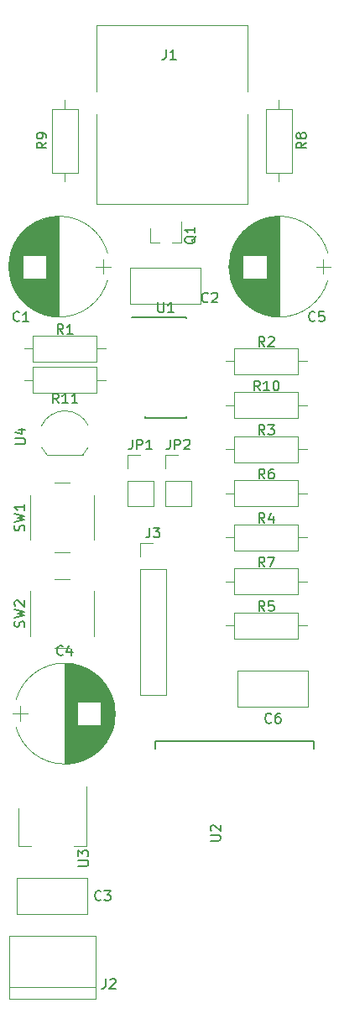
<source format=gto>
G04 #@! TF.GenerationSoftware,KiCad,Pcbnew,(5.0.0-rc2-dev-40-gfef1ba999)*
G04 #@! TF.CreationDate,2018-03-01T23:08:39+01:00*
G04 #@! TF.ProjectId,HAN_ESP_TSS721,48414E5F4553505F5453533732312E6B,rev?*
G04 #@! TF.SameCoordinates,Original*
G04 #@! TF.FileFunction,Legend,Top*
G04 #@! TF.FilePolarity,Positive*
%FSLAX46Y46*%
G04 Gerber Fmt 4.6, Leading zero omitted, Abs format (unit mm)*
G04 Created by KiCad (PCBNEW (5.0.0-rc2-dev-40-gfef1ba999)) date 03/01/18 23:08:39*
%MOMM*%
%LPD*%
G01*
G04 APERTURE LIST*
%ADD10C,0.120000*%
%ADD11C,0.150000*%
%ADD12C,0.152400*%
G04 APERTURE END LIST*
D10*
X46680000Y-90295000D02*
X47610000Y-90295000D01*
X49840000Y-90295000D02*
X48910000Y-90295000D01*
X49840000Y-90295000D02*
X49840000Y-88135000D01*
X46680000Y-90295000D02*
X46680000Y-88835000D01*
X55210000Y-100925000D02*
X55210000Y-103545000D01*
X55210000Y-103545000D02*
X61630000Y-103545000D01*
X61630000Y-103545000D02*
X61630000Y-100925000D01*
X61630000Y-100925000D02*
X55210000Y-100925000D01*
X54320000Y-102235000D02*
X55210000Y-102235000D01*
X62520000Y-102235000D02*
X61630000Y-102235000D01*
X55210000Y-114260000D02*
X55210000Y-116880000D01*
X55210000Y-116880000D02*
X61630000Y-116880000D01*
X61630000Y-116880000D02*
X61630000Y-114260000D01*
X61630000Y-114260000D02*
X55210000Y-114260000D01*
X54320000Y-115570000D02*
X55210000Y-115570000D01*
X62520000Y-115570000D02*
X61630000Y-115570000D01*
X56510000Y-68330000D02*
X41270000Y-68330000D01*
X41270000Y-86360000D02*
X41280000Y-77370000D01*
X41270000Y-86360000D02*
X56510000Y-86360000D01*
X56510000Y-86360000D02*
X56510000Y-77360000D01*
X41280000Y-75030000D02*
X41270000Y-68330000D01*
X56510000Y-75040000D02*
X56510000Y-68330000D01*
X32480000Y-166590000D02*
X41180000Y-166590000D01*
X32480000Y-160180000D02*
X41180000Y-160180000D01*
X41180000Y-160180000D02*
X41180000Y-166590000D01*
X41180000Y-165360000D02*
X32480000Y-165360000D01*
X32480000Y-166590000D02*
X32480000Y-160180000D01*
D11*
X46185000Y-97795000D02*
X46185000Y-97820000D01*
X50335000Y-97795000D02*
X50335000Y-97900000D01*
X50335000Y-107945000D02*
X50335000Y-107840000D01*
X46185000Y-107945000D02*
X46185000Y-107840000D01*
X46185000Y-97795000D02*
X50335000Y-97795000D01*
X46185000Y-107945000D02*
X50335000Y-107945000D01*
X46185000Y-97820000D02*
X44810000Y-97820000D01*
D10*
X32606563Y-94093264D02*
G75*
G03X42404357Y-94090000I4898437J1383264D01*
G01*
X32606563Y-91326736D02*
G75*
G02X42404357Y-91330000I4898437J-1383264D01*
G01*
X32606563Y-91326736D02*
G75*
G03X32605643Y-94090000I4898437J-1383264D01*
G01*
X37505000Y-97760000D02*
X37505000Y-87660000D01*
X37465000Y-97760000D02*
X37465000Y-87660000D01*
X37425000Y-97760000D02*
X37425000Y-87660000D01*
X37385000Y-97759000D02*
X37385000Y-87661000D01*
X37345000Y-97758000D02*
X37345000Y-87662000D01*
X37305000Y-97757000D02*
X37305000Y-87663000D01*
X37265000Y-97755000D02*
X37265000Y-87665000D01*
X37225000Y-97753000D02*
X37225000Y-87667000D01*
X37185000Y-97750000D02*
X37185000Y-87670000D01*
X37145000Y-97748000D02*
X37145000Y-87672000D01*
X37105000Y-97745000D02*
X37105000Y-87675000D01*
X37065000Y-97741000D02*
X37065000Y-87679000D01*
X37025000Y-97738000D02*
X37025000Y-87682000D01*
X36985000Y-97734000D02*
X36985000Y-87686000D01*
X36945000Y-97730000D02*
X36945000Y-87690000D01*
X36905000Y-97725000D02*
X36905000Y-87695000D01*
X36865000Y-97720000D02*
X36865000Y-87700000D01*
X36825000Y-97715000D02*
X36825000Y-87705000D01*
X36784000Y-97709000D02*
X36784000Y-87711000D01*
X36744000Y-97703000D02*
X36744000Y-87717000D01*
X36704000Y-97697000D02*
X36704000Y-87723000D01*
X36664000Y-97691000D02*
X36664000Y-87729000D01*
X36624000Y-97684000D02*
X36624000Y-87736000D01*
X36584000Y-97677000D02*
X36584000Y-87743000D01*
X36544000Y-97669000D02*
X36544000Y-87751000D01*
X36504000Y-97661000D02*
X36504000Y-87759000D01*
X36464000Y-97653000D02*
X36464000Y-87767000D01*
X36424000Y-97645000D02*
X36424000Y-87775000D01*
X36384000Y-97636000D02*
X36384000Y-87784000D01*
X36344000Y-97627000D02*
X36344000Y-87793000D01*
X36304000Y-97617000D02*
X36304000Y-87803000D01*
X36264000Y-97607000D02*
X36264000Y-87813000D01*
X36224000Y-97597000D02*
X36224000Y-87823000D01*
X36184000Y-97586000D02*
X36184000Y-93891000D01*
X36184000Y-91529000D02*
X36184000Y-87834000D01*
X36144000Y-97575000D02*
X36144000Y-93891000D01*
X36144000Y-91529000D02*
X36144000Y-87845000D01*
X36104000Y-97564000D02*
X36104000Y-93891000D01*
X36104000Y-91529000D02*
X36104000Y-87856000D01*
X36064000Y-97553000D02*
X36064000Y-93891000D01*
X36064000Y-91529000D02*
X36064000Y-87867000D01*
X36024000Y-97541000D02*
X36024000Y-93891000D01*
X36024000Y-91529000D02*
X36024000Y-87879000D01*
X35984000Y-97528000D02*
X35984000Y-93891000D01*
X35984000Y-91529000D02*
X35984000Y-87892000D01*
X35944000Y-97516000D02*
X35944000Y-93891000D01*
X35944000Y-91529000D02*
X35944000Y-87904000D01*
X35904000Y-97502000D02*
X35904000Y-93891000D01*
X35904000Y-91529000D02*
X35904000Y-87918000D01*
X35864000Y-97489000D02*
X35864000Y-93891000D01*
X35864000Y-91529000D02*
X35864000Y-87931000D01*
X35824000Y-97475000D02*
X35824000Y-93891000D01*
X35824000Y-91529000D02*
X35824000Y-87945000D01*
X35784000Y-97461000D02*
X35784000Y-93891000D01*
X35784000Y-91529000D02*
X35784000Y-87959000D01*
X35744000Y-97447000D02*
X35744000Y-93891000D01*
X35744000Y-91529000D02*
X35744000Y-87973000D01*
X35704000Y-97432000D02*
X35704000Y-93891000D01*
X35704000Y-91529000D02*
X35704000Y-87988000D01*
X35664000Y-97416000D02*
X35664000Y-93891000D01*
X35664000Y-91529000D02*
X35664000Y-88004000D01*
X35624000Y-97401000D02*
X35624000Y-93891000D01*
X35624000Y-91529000D02*
X35624000Y-88019000D01*
X35584000Y-97384000D02*
X35584000Y-93891000D01*
X35584000Y-91529000D02*
X35584000Y-88036000D01*
X35544000Y-97368000D02*
X35544000Y-93891000D01*
X35544000Y-91529000D02*
X35544000Y-88052000D01*
X35504000Y-97351000D02*
X35504000Y-93891000D01*
X35504000Y-91529000D02*
X35504000Y-88069000D01*
X35464000Y-97334000D02*
X35464000Y-93891000D01*
X35464000Y-91529000D02*
X35464000Y-88086000D01*
X35424000Y-97316000D02*
X35424000Y-93891000D01*
X35424000Y-91529000D02*
X35424000Y-88104000D01*
X35384000Y-97298000D02*
X35384000Y-93891000D01*
X35384000Y-91529000D02*
X35384000Y-88122000D01*
X35344000Y-97279000D02*
X35344000Y-93891000D01*
X35344000Y-91529000D02*
X35344000Y-88141000D01*
X35304000Y-97260000D02*
X35304000Y-93891000D01*
X35304000Y-91529000D02*
X35304000Y-88160000D01*
X35264000Y-97241000D02*
X35264000Y-93891000D01*
X35264000Y-91529000D02*
X35264000Y-88179000D01*
X35224000Y-97221000D02*
X35224000Y-93891000D01*
X35224000Y-91529000D02*
X35224000Y-88199000D01*
X35184000Y-97201000D02*
X35184000Y-93891000D01*
X35184000Y-91529000D02*
X35184000Y-88219000D01*
X35144000Y-97180000D02*
X35144000Y-93891000D01*
X35144000Y-91529000D02*
X35144000Y-88240000D01*
X35104000Y-97159000D02*
X35104000Y-93891000D01*
X35104000Y-91529000D02*
X35104000Y-88261000D01*
X35064000Y-97138000D02*
X35064000Y-93891000D01*
X35064000Y-91529000D02*
X35064000Y-88282000D01*
X35024000Y-97115000D02*
X35024000Y-93891000D01*
X35024000Y-91529000D02*
X35024000Y-88305000D01*
X34984000Y-97093000D02*
X34984000Y-93891000D01*
X34984000Y-91529000D02*
X34984000Y-88327000D01*
X34944000Y-97070000D02*
X34944000Y-93891000D01*
X34944000Y-91529000D02*
X34944000Y-88350000D01*
X34904000Y-97046000D02*
X34904000Y-93891000D01*
X34904000Y-91529000D02*
X34904000Y-88374000D01*
X34864000Y-97022000D02*
X34864000Y-93891000D01*
X34864000Y-91529000D02*
X34864000Y-88398000D01*
X34824000Y-96998000D02*
X34824000Y-93891000D01*
X34824000Y-91529000D02*
X34824000Y-88422000D01*
X34784000Y-96973000D02*
X34784000Y-93891000D01*
X34784000Y-91529000D02*
X34784000Y-88447000D01*
X34744000Y-96947000D02*
X34744000Y-93891000D01*
X34744000Y-91529000D02*
X34744000Y-88473000D01*
X34704000Y-96921000D02*
X34704000Y-93891000D01*
X34704000Y-91529000D02*
X34704000Y-88499000D01*
X34664000Y-96895000D02*
X34664000Y-93891000D01*
X34664000Y-91529000D02*
X34664000Y-88525000D01*
X34624000Y-96867000D02*
X34624000Y-93891000D01*
X34624000Y-91529000D02*
X34624000Y-88553000D01*
X34584000Y-96840000D02*
X34584000Y-93891000D01*
X34584000Y-91529000D02*
X34584000Y-88580000D01*
X34544000Y-96811000D02*
X34544000Y-93891000D01*
X34544000Y-91529000D02*
X34544000Y-88609000D01*
X34504000Y-96782000D02*
X34504000Y-93891000D01*
X34504000Y-91529000D02*
X34504000Y-88638000D01*
X34464000Y-96753000D02*
X34464000Y-93891000D01*
X34464000Y-91529000D02*
X34464000Y-88667000D01*
X34424000Y-96723000D02*
X34424000Y-93891000D01*
X34424000Y-91529000D02*
X34424000Y-88697000D01*
X34384000Y-96692000D02*
X34384000Y-93891000D01*
X34384000Y-91529000D02*
X34384000Y-88728000D01*
X34344000Y-96661000D02*
X34344000Y-93891000D01*
X34344000Y-91529000D02*
X34344000Y-88759000D01*
X34304000Y-96629000D02*
X34304000Y-93891000D01*
X34304000Y-91529000D02*
X34304000Y-88791000D01*
X34264000Y-96596000D02*
X34264000Y-93891000D01*
X34264000Y-91529000D02*
X34264000Y-88824000D01*
X34224000Y-96563000D02*
X34224000Y-93891000D01*
X34224000Y-91529000D02*
X34224000Y-88857000D01*
X34184000Y-96529000D02*
X34184000Y-93891000D01*
X34184000Y-91529000D02*
X34184000Y-88891000D01*
X34144000Y-96494000D02*
X34144000Y-93891000D01*
X34144000Y-91529000D02*
X34144000Y-88926000D01*
X34104000Y-96458000D02*
X34104000Y-93891000D01*
X34104000Y-91529000D02*
X34104000Y-88962000D01*
X34064000Y-96422000D02*
X34064000Y-93891000D01*
X34064000Y-91529000D02*
X34064000Y-88998000D01*
X34024000Y-96385000D02*
X34024000Y-93891000D01*
X34024000Y-91529000D02*
X34024000Y-89035000D01*
X33984000Y-96347000D02*
X33984000Y-93891000D01*
X33984000Y-91529000D02*
X33984000Y-89073000D01*
X33944000Y-96308000D02*
X33944000Y-93891000D01*
X33944000Y-91529000D02*
X33944000Y-89112000D01*
X33904000Y-96269000D02*
X33904000Y-93891000D01*
X33904000Y-91529000D02*
X33904000Y-89151000D01*
X33864000Y-96228000D02*
X33864000Y-93891000D01*
X33864000Y-91529000D02*
X33864000Y-89192000D01*
X33824000Y-96187000D02*
X33824000Y-89233000D01*
X33784000Y-96145000D02*
X33784000Y-89275000D01*
X33744000Y-96101000D02*
X33744000Y-89319000D01*
X33704000Y-96057000D02*
X33704000Y-89363000D01*
X33664000Y-96012000D02*
X33664000Y-89408000D01*
X33624000Y-95965000D02*
X33624000Y-89455000D01*
X33584000Y-95917000D02*
X33584000Y-89503000D01*
X33544000Y-95868000D02*
X33544000Y-89552000D01*
X33504000Y-95818000D02*
X33504000Y-89602000D01*
X33464000Y-95767000D02*
X33464000Y-89653000D01*
X33424000Y-95714000D02*
X33424000Y-89706000D01*
X33384000Y-95659000D02*
X33384000Y-89761000D01*
X33344000Y-95604000D02*
X33344000Y-89816000D01*
X33304000Y-95546000D02*
X33304000Y-89874000D01*
X33264000Y-95487000D02*
X33264000Y-89933000D01*
X33224000Y-95425000D02*
X33224000Y-89995000D01*
X33184000Y-95362000D02*
X33184000Y-90058000D01*
X33144000Y-95297000D02*
X33144000Y-90123000D01*
X33104000Y-95229000D02*
X33104000Y-90191000D01*
X33064000Y-95159000D02*
X33064000Y-90261000D01*
X33024000Y-95087000D02*
X33024000Y-90333000D01*
X32984000Y-95011000D02*
X32984000Y-90409000D01*
X32944000Y-94932000D02*
X32944000Y-90488000D01*
X32904000Y-94850000D02*
X32904000Y-90570000D01*
X32864000Y-94763000D02*
X32864000Y-90657000D01*
X32824000Y-94672000D02*
X32824000Y-90748000D01*
X32784000Y-94576000D02*
X32784000Y-90844000D01*
X32744000Y-94473000D02*
X32744000Y-90947000D01*
X32704000Y-94364000D02*
X32704000Y-91056000D01*
X32664000Y-94246000D02*
X32664000Y-91174000D01*
X32624000Y-94117000D02*
X32624000Y-91303000D01*
X32584000Y-93975000D02*
X32584000Y-91445000D01*
X32544000Y-93814000D02*
X32544000Y-91606000D01*
X32504000Y-93623000D02*
X32504000Y-91797000D01*
X32464000Y-93382000D02*
X32464000Y-92038000D01*
X32424000Y-92989000D02*
X32424000Y-92431000D01*
X42705000Y-92710000D02*
X41205000Y-92710000D01*
X41955000Y-93460000D02*
X41955000Y-91960000D01*
X44660000Y-92805000D02*
X51780000Y-92805000D01*
X44660000Y-96425000D02*
X51780000Y-96425000D01*
X44660000Y-92805000D02*
X44660000Y-96425000D01*
X51780000Y-92805000D02*
X51780000Y-96425000D01*
X33230000Y-154400000D02*
X40350000Y-154400000D01*
X33230000Y-158020000D02*
X40350000Y-158020000D01*
X33230000Y-154400000D02*
X33230000Y-158020000D01*
X40350000Y-154400000D02*
X40350000Y-158020000D01*
X54831563Y-94093264D02*
G75*
G03X64629357Y-94090000I4898437J1383264D01*
G01*
X54831563Y-91326736D02*
G75*
G02X64629357Y-91330000I4898437J-1383264D01*
G01*
X54831563Y-91326736D02*
G75*
G03X54830643Y-94090000I4898437J-1383264D01*
G01*
X59730000Y-97760000D02*
X59730000Y-87660000D01*
X59690000Y-97760000D02*
X59690000Y-87660000D01*
X59650000Y-97760000D02*
X59650000Y-87660000D01*
X59610000Y-97759000D02*
X59610000Y-87661000D01*
X59570000Y-97758000D02*
X59570000Y-87662000D01*
X59530000Y-97757000D02*
X59530000Y-87663000D01*
X59490000Y-97755000D02*
X59490000Y-87665000D01*
X59450000Y-97753000D02*
X59450000Y-87667000D01*
X59410000Y-97750000D02*
X59410000Y-87670000D01*
X59370000Y-97748000D02*
X59370000Y-87672000D01*
X59330000Y-97745000D02*
X59330000Y-87675000D01*
X59290000Y-97741000D02*
X59290000Y-87679000D01*
X59250000Y-97738000D02*
X59250000Y-87682000D01*
X59210000Y-97734000D02*
X59210000Y-87686000D01*
X59170000Y-97730000D02*
X59170000Y-87690000D01*
X59130000Y-97725000D02*
X59130000Y-87695000D01*
X59090000Y-97720000D02*
X59090000Y-87700000D01*
X59050000Y-97715000D02*
X59050000Y-87705000D01*
X59009000Y-97709000D02*
X59009000Y-87711000D01*
X58969000Y-97703000D02*
X58969000Y-87717000D01*
X58929000Y-97697000D02*
X58929000Y-87723000D01*
X58889000Y-97691000D02*
X58889000Y-87729000D01*
X58849000Y-97684000D02*
X58849000Y-87736000D01*
X58809000Y-97677000D02*
X58809000Y-87743000D01*
X58769000Y-97669000D02*
X58769000Y-87751000D01*
X58729000Y-97661000D02*
X58729000Y-87759000D01*
X58689000Y-97653000D02*
X58689000Y-87767000D01*
X58649000Y-97645000D02*
X58649000Y-87775000D01*
X58609000Y-97636000D02*
X58609000Y-87784000D01*
X58569000Y-97627000D02*
X58569000Y-87793000D01*
X58529000Y-97617000D02*
X58529000Y-87803000D01*
X58489000Y-97607000D02*
X58489000Y-87813000D01*
X58449000Y-97597000D02*
X58449000Y-87823000D01*
X58409000Y-97586000D02*
X58409000Y-93891000D01*
X58409000Y-91529000D02*
X58409000Y-87834000D01*
X58369000Y-97575000D02*
X58369000Y-93891000D01*
X58369000Y-91529000D02*
X58369000Y-87845000D01*
X58329000Y-97564000D02*
X58329000Y-93891000D01*
X58329000Y-91529000D02*
X58329000Y-87856000D01*
X58289000Y-97553000D02*
X58289000Y-93891000D01*
X58289000Y-91529000D02*
X58289000Y-87867000D01*
X58249000Y-97541000D02*
X58249000Y-93891000D01*
X58249000Y-91529000D02*
X58249000Y-87879000D01*
X58209000Y-97528000D02*
X58209000Y-93891000D01*
X58209000Y-91529000D02*
X58209000Y-87892000D01*
X58169000Y-97516000D02*
X58169000Y-93891000D01*
X58169000Y-91529000D02*
X58169000Y-87904000D01*
X58129000Y-97502000D02*
X58129000Y-93891000D01*
X58129000Y-91529000D02*
X58129000Y-87918000D01*
X58089000Y-97489000D02*
X58089000Y-93891000D01*
X58089000Y-91529000D02*
X58089000Y-87931000D01*
X58049000Y-97475000D02*
X58049000Y-93891000D01*
X58049000Y-91529000D02*
X58049000Y-87945000D01*
X58009000Y-97461000D02*
X58009000Y-93891000D01*
X58009000Y-91529000D02*
X58009000Y-87959000D01*
X57969000Y-97447000D02*
X57969000Y-93891000D01*
X57969000Y-91529000D02*
X57969000Y-87973000D01*
X57929000Y-97432000D02*
X57929000Y-93891000D01*
X57929000Y-91529000D02*
X57929000Y-87988000D01*
X57889000Y-97416000D02*
X57889000Y-93891000D01*
X57889000Y-91529000D02*
X57889000Y-88004000D01*
X57849000Y-97401000D02*
X57849000Y-93891000D01*
X57849000Y-91529000D02*
X57849000Y-88019000D01*
X57809000Y-97384000D02*
X57809000Y-93891000D01*
X57809000Y-91529000D02*
X57809000Y-88036000D01*
X57769000Y-97368000D02*
X57769000Y-93891000D01*
X57769000Y-91529000D02*
X57769000Y-88052000D01*
X57729000Y-97351000D02*
X57729000Y-93891000D01*
X57729000Y-91529000D02*
X57729000Y-88069000D01*
X57689000Y-97334000D02*
X57689000Y-93891000D01*
X57689000Y-91529000D02*
X57689000Y-88086000D01*
X57649000Y-97316000D02*
X57649000Y-93891000D01*
X57649000Y-91529000D02*
X57649000Y-88104000D01*
X57609000Y-97298000D02*
X57609000Y-93891000D01*
X57609000Y-91529000D02*
X57609000Y-88122000D01*
X57569000Y-97279000D02*
X57569000Y-93891000D01*
X57569000Y-91529000D02*
X57569000Y-88141000D01*
X57529000Y-97260000D02*
X57529000Y-93891000D01*
X57529000Y-91529000D02*
X57529000Y-88160000D01*
X57489000Y-97241000D02*
X57489000Y-93891000D01*
X57489000Y-91529000D02*
X57489000Y-88179000D01*
X57449000Y-97221000D02*
X57449000Y-93891000D01*
X57449000Y-91529000D02*
X57449000Y-88199000D01*
X57409000Y-97201000D02*
X57409000Y-93891000D01*
X57409000Y-91529000D02*
X57409000Y-88219000D01*
X57369000Y-97180000D02*
X57369000Y-93891000D01*
X57369000Y-91529000D02*
X57369000Y-88240000D01*
X57329000Y-97159000D02*
X57329000Y-93891000D01*
X57329000Y-91529000D02*
X57329000Y-88261000D01*
X57289000Y-97138000D02*
X57289000Y-93891000D01*
X57289000Y-91529000D02*
X57289000Y-88282000D01*
X57249000Y-97115000D02*
X57249000Y-93891000D01*
X57249000Y-91529000D02*
X57249000Y-88305000D01*
X57209000Y-97093000D02*
X57209000Y-93891000D01*
X57209000Y-91529000D02*
X57209000Y-88327000D01*
X57169000Y-97070000D02*
X57169000Y-93891000D01*
X57169000Y-91529000D02*
X57169000Y-88350000D01*
X57129000Y-97046000D02*
X57129000Y-93891000D01*
X57129000Y-91529000D02*
X57129000Y-88374000D01*
X57089000Y-97022000D02*
X57089000Y-93891000D01*
X57089000Y-91529000D02*
X57089000Y-88398000D01*
X57049000Y-96998000D02*
X57049000Y-93891000D01*
X57049000Y-91529000D02*
X57049000Y-88422000D01*
X57009000Y-96973000D02*
X57009000Y-93891000D01*
X57009000Y-91529000D02*
X57009000Y-88447000D01*
X56969000Y-96947000D02*
X56969000Y-93891000D01*
X56969000Y-91529000D02*
X56969000Y-88473000D01*
X56929000Y-96921000D02*
X56929000Y-93891000D01*
X56929000Y-91529000D02*
X56929000Y-88499000D01*
X56889000Y-96895000D02*
X56889000Y-93891000D01*
X56889000Y-91529000D02*
X56889000Y-88525000D01*
X56849000Y-96867000D02*
X56849000Y-93891000D01*
X56849000Y-91529000D02*
X56849000Y-88553000D01*
X56809000Y-96840000D02*
X56809000Y-93891000D01*
X56809000Y-91529000D02*
X56809000Y-88580000D01*
X56769000Y-96811000D02*
X56769000Y-93891000D01*
X56769000Y-91529000D02*
X56769000Y-88609000D01*
X56729000Y-96782000D02*
X56729000Y-93891000D01*
X56729000Y-91529000D02*
X56729000Y-88638000D01*
X56689000Y-96753000D02*
X56689000Y-93891000D01*
X56689000Y-91529000D02*
X56689000Y-88667000D01*
X56649000Y-96723000D02*
X56649000Y-93891000D01*
X56649000Y-91529000D02*
X56649000Y-88697000D01*
X56609000Y-96692000D02*
X56609000Y-93891000D01*
X56609000Y-91529000D02*
X56609000Y-88728000D01*
X56569000Y-96661000D02*
X56569000Y-93891000D01*
X56569000Y-91529000D02*
X56569000Y-88759000D01*
X56529000Y-96629000D02*
X56529000Y-93891000D01*
X56529000Y-91529000D02*
X56529000Y-88791000D01*
X56489000Y-96596000D02*
X56489000Y-93891000D01*
X56489000Y-91529000D02*
X56489000Y-88824000D01*
X56449000Y-96563000D02*
X56449000Y-93891000D01*
X56449000Y-91529000D02*
X56449000Y-88857000D01*
X56409000Y-96529000D02*
X56409000Y-93891000D01*
X56409000Y-91529000D02*
X56409000Y-88891000D01*
X56369000Y-96494000D02*
X56369000Y-93891000D01*
X56369000Y-91529000D02*
X56369000Y-88926000D01*
X56329000Y-96458000D02*
X56329000Y-93891000D01*
X56329000Y-91529000D02*
X56329000Y-88962000D01*
X56289000Y-96422000D02*
X56289000Y-93891000D01*
X56289000Y-91529000D02*
X56289000Y-88998000D01*
X56249000Y-96385000D02*
X56249000Y-93891000D01*
X56249000Y-91529000D02*
X56249000Y-89035000D01*
X56209000Y-96347000D02*
X56209000Y-93891000D01*
X56209000Y-91529000D02*
X56209000Y-89073000D01*
X56169000Y-96308000D02*
X56169000Y-93891000D01*
X56169000Y-91529000D02*
X56169000Y-89112000D01*
X56129000Y-96269000D02*
X56129000Y-93891000D01*
X56129000Y-91529000D02*
X56129000Y-89151000D01*
X56089000Y-96228000D02*
X56089000Y-93891000D01*
X56089000Y-91529000D02*
X56089000Y-89192000D01*
X56049000Y-96187000D02*
X56049000Y-89233000D01*
X56009000Y-96145000D02*
X56009000Y-89275000D01*
X55969000Y-96101000D02*
X55969000Y-89319000D01*
X55929000Y-96057000D02*
X55929000Y-89363000D01*
X55889000Y-96012000D02*
X55889000Y-89408000D01*
X55849000Y-95965000D02*
X55849000Y-89455000D01*
X55809000Y-95917000D02*
X55809000Y-89503000D01*
X55769000Y-95868000D02*
X55769000Y-89552000D01*
X55729000Y-95818000D02*
X55729000Y-89602000D01*
X55689000Y-95767000D02*
X55689000Y-89653000D01*
X55649000Y-95714000D02*
X55649000Y-89706000D01*
X55609000Y-95659000D02*
X55609000Y-89761000D01*
X55569000Y-95604000D02*
X55569000Y-89816000D01*
X55529000Y-95546000D02*
X55529000Y-89874000D01*
X55489000Y-95487000D02*
X55489000Y-89933000D01*
X55449000Y-95425000D02*
X55449000Y-89995000D01*
X55409000Y-95362000D02*
X55409000Y-90058000D01*
X55369000Y-95297000D02*
X55369000Y-90123000D01*
X55329000Y-95229000D02*
X55329000Y-90191000D01*
X55289000Y-95159000D02*
X55289000Y-90261000D01*
X55249000Y-95087000D02*
X55249000Y-90333000D01*
X55209000Y-95011000D02*
X55209000Y-90409000D01*
X55169000Y-94932000D02*
X55169000Y-90488000D01*
X55129000Y-94850000D02*
X55129000Y-90570000D01*
X55089000Y-94763000D02*
X55089000Y-90657000D01*
X55049000Y-94672000D02*
X55049000Y-90748000D01*
X55009000Y-94576000D02*
X55009000Y-90844000D01*
X54969000Y-94473000D02*
X54969000Y-90947000D01*
X54929000Y-94364000D02*
X54929000Y-91056000D01*
X54889000Y-94246000D02*
X54889000Y-91174000D01*
X54849000Y-94117000D02*
X54849000Y-91303000D01*
X54809000Y-93975000D02*
X54809000Y-91445000D01*
X54769000Y-93814000D02*
X54769000Y-91606000D01*
X54729000Y-93623000D02*
X54729000Y-91797000D01*
X54689000Y-93382000D02*
X54689000Y-92038000D01*
X54649000Y-92989000D02*
X54649000Y-92431000D01*
X64930000Y-92710000D02*
X63430000Y-92710000D01*
X64180000Y-93460000D02*
X64180000Y-91960000D01*
X41310000Y-102275000D02*
X41310000Y-99655000D01*
X41310000Y-99655000D02*
X34890000Y-99655000D01*
X34890000Y-99655000D02*
X34890000Y-102275000D01*
X34890000Y-102275000D02*
X41310000Y-102275000D01*
X42200000Y-100965000D02*
X41310000Y-100965000D01*
X34000000Y-100965000D02*
X34890000Y-100965000D01*
X55210000Y-109815000D02*
X55210000Y-112435000D01*
X55210000Y-112435000D02*
X61630000Y-112435000D01*
X61630000Y-112435000D02*
X61630000Y-109815000D01*
X61630000Y-109815000D02*
X55210000Y-109815000D01*
X54320000Y-111125000D02*
X55210000Y-111125000D01*
X62520000Y-111125000D02*
X61630000Y-111125000D01*
X61630000Y-121325000D02*
X61630000Y-118705000D01*
X61630000Y-118705000D02*
X55210000Y-118705000D01*
X55210000Y-118705000D02*
X55210000Y-121325000D01*
X55210000Y-121325000D02*
X61630000Y-121325000D01*
X62520000Y-120015000D02*
X61630000Y-120015000D01*
X54320000Y-120015000D02*
X55210000Y-120015000D01*
X61630000Y-130215000D02*
X61630000Y-127595000D01*
X61630000Y-127595000D02*
X55210000Y-127595000D01*
X55210000Y-127595000D02*
X55210000Y-130215000D01*
X55210000Y-130215000D02*
X61630000Y-130215000D01*
X62520000Y-128905000D02*
X61630000Y-128905000D01*
X54320000Y-128905000D02*
X55210000Y-128905000D01*
X61630000Y-125770000D02*
X61630000Y-123150000D01*
X61630000Y-123150000D02*
X55210000Y-123150000D01*
X55210000Y-123150000D02*
X55210000Y-125770000D01*
X55210000Y-125770000D02*
X61630000Y-125770000D01*
X62520000Y-124460000D02*
X61630000Y-124460000D01*
X54320000Y-124460000D02*
X55210000Y-124460000D01*
X61000000Y-76800000D02*
X58380000Y-76800000D01*
X58380000Y-76800000D02*
X58380000Y-83220000D01*
X58380000Y-83220000D02*
X61000000Y-83220000D01*
X61000000Y-83220000D02*
X61000000Y-76800000D01*
X59690000Y-75910000D02*
X59690000Y-76800000D01*
X59690000Y-84110000D02*
X59690000Y-83220000D01*
X36790000Y-83220000D02*
X39410000Y-83220000D01*
X39410000Y-83220000D02*
X39410000Y-76800000D01*
X39410000Y-76800000D02*
X36790000Y-76800000D01*
X36790000Y-76800000D02*
X36790000Y-83220000D01*
X38100000Y-84110000D02*
X38100000Y-83220000D01*
X38100000Y-75910000D02*
X38100000Y-76800000D01*
X61630000Y-107990000D02*
X61630000Y-105370000D01*
X61630000Y-105370000D02*
X55210000Y-105370000D01*
X55210000Y-105370000D02*
X55210000Y-107990000D01*
X55210000Y-107990000D02*
X61630000Y-107990000D01*
X62520000Y-106680000D02*
X61630000Y-106680000D01*
X54320000Y-106680000D02*
X55210000Y-106680000D01*
X33420000Y-151135000D02*
X34680000Y-151135000D01*
X40240000Y-151135000D02*
X38980000Y-151135000D01*
X33420000Y-147375000D02*
X33420000Y-151135000D01*
X40240000Y-145125000D02*
X40240000Y-151135000D01*
X44390000Y-116900000D02*
X47050000Y-116900000D01*
X44390000Y-114300000D02*
X44390000Y-116900000D01*
X47050000Y-114300000D02*
X47050000Y-116900000D01*
X44390000Y-114300000D02*
X47050000Y-114300000D01*
X44390000Y-113030000D02*
X44390000Y-111700000D01*
X44390000Y-111700000D02*
X45720000Y-111700000D01*
X48200000Y-116900000D02*
X50860000Y-116900000D01*
X48200000Y-114300000D02*
X48200000Y-116900000D01*
X50860000Y-114300000D02*
X50860000Y-116900000D01*
X48200000Y-114300000D02*
X50860000Y-114300000D01*
X48200000Y-113030000D02*
X48200000Y-111700000D01*
X48200000Y-111700000D02*
X49530000Y-111700000D01*
D12*
X63246000Y-141351000D02*
X63246000Y-140589000D01*
X63246000Y-140589000D02*
X47244000Y-140589000D01*
X47244000Y-140589000D02*
X47244000Y-141351000D01*
D10*
X34000000Y-104140000D02*
X34890000Y-104140000D01*
X42200000Y-104140000D02*
X41310000Y-104140000D01*
X34890000Y-105450000D02*
X41310000Y-105450000D01*
X34890000Y-102830000D02*
X34890000Y-105450000D01*
X41310000Y-102830000D02*
X34890000Y-102830000D01*
X41310000Y-105450000D02*
X41310000Y-102830000D01*
X40424184Y-110977795D02*
G75*
G02X39900000Y-111705000I-2324184J1122795D01*
G01*
X40456400Y-108756193D02*
G75*
G03X38100000Y-107255000I-2356400J-1098807D01*
G01*
X35743600Y-108756193D02*
G75*
G02X38100000Y-107255000I2356400J-1098807D01*
G01*
X35775816Y-110977795D02*
G75*
G03X36300000Y-111705000I2324184J1122795D01*
G01*
X36300000Y-111705000D02*
X39900000Y-111705000D01*
X55535000Y-137065000D02*
X55535000Y-133445000D01*
X62655000Y-137065000D02*
X62655000Y-133445000D01*
X62655000Y-133445000D02*
X55535000Y-133445000D01*
X62655000Y-137065000D02*
X55535000Y-137065000D01*
X33610000Y-137045000D02*
X33610000Y-138545000D01*
X32860000Y-137795000D02*
X34360000Y-137795000D01*
X43141000Y-137516000D02*
X43141000Y-138074000D01*
X43101000Y-137123000D02*
X43101000Y-138467000D01*
X43061000Y-136882000D02*
X43061000Y-138708000D01*
X43021000Y-136691000D02*
X43021000Y-138899000D01*
X42981000Y-136530000D02*
X42981000Y-139060000D01*
X42941000Y-136388000D02*
X42941000Y-139202000D01*
X42901000Y-136259000D02*
X42901000Y-139331000D01*
X42861000Y-136141000D02*
X42861000Y-139449000D01*
X42821000Y-136032000D02*
X42821000Y-139558000D01*
X42781000Y-135929000D02*
X42781000Y-139661000D01*
X42741000Y-135833000D02*
X42741000Y-139757000D01*
X42701000Y-135742000D02*
X42701000Y-139848000D01*
X42661000Y-135655000D02*
X42661000Y-139935000D01*
X42621000Y-135573000D02*
X42621000Y-140017000D01*
X42581000Y-135494000D02*
X42581000Y-140096000D01*
X42541000Y-135418000D02*
X42541000Y-140172000D01*
X42501000Y-135346000D02*
X42501000Y-140244000D01*
X42461000Y-135276000D02*
X42461000Y-140314000D01*
X42421000Y-135208000D02*
X42421000Y-140382000D01*
X42381000Y-135143000D02*
X42381000Y-140447000D01*
X42341000Y-135080000D02*
X42341000Y-140510000D01*
X42301000Y-135018000D02*
X42301000Y-140572000D01*
X42261000Y-134959000D02*
X42261000Y-140631000D01*
X42221000Y-134901000D02*
X42221000Y-140689000D01*
X42181000Y-134846000D02*
X42181000Y-140744000D01*
X42141000Y-134791000D02*
X42141000Y-140799000D01*
X42101000Y-134738000D02*
X42101000Y-140852000D01*
X42061000Y-134687000D02*
X42061000Y-140903000D01*
X42021000Y-134637000D02*
X42021000Y-140953000D01*
X41981000Y-134588000D02*
X41981000Y-141002000D01*
X41941000Y-134540000D02*
X41941000Y-141050000D01*
X41901000Y-134493000D02*
X41901000Y-141097000D01*
X41861000Y-134448000D02*
X41861000Y-141142000D01*
X41821000Y-134404000D02*
X41821000Y-141186000D01*
X41781000Y-134360000D02*
X41781000Y-141230000D01*
X41741000Y-134318000D02*
X41741000Y-141272000D01*
X41701000Y-138976000D02*
X41701000Y-141313000D01*
X41701000Y-134277000D02*
X41701000Y-136614000D01*
X41661000Y-138976000D02*
X41661000Y-141354000D01*
X41661000Y-134236000D02*
X41661000Y-136614000D01*
X41621000Y-138976000D02*
X41621000Y-141393000D01*
X41621000Y-134197000D02*
X41621000Y-136614000D01*
X41581000Y-138976000D02*
X41581000Y-141432000D01*
X41581000Y-134158000D02*
X41581000Y-136614000D01*
X41541000Y-138976000D02*
X41541000Y-141470000D01*
X41541000Y-134120000D02*
X41541000Y-136614000D01*
X41501000Y-138976000D02*
X41501000Y-141507000D01*
X41501000Y-134083000D02*
X41501000Y-136614000D01*
X41461000Y-138976000D02*
X41461000Y-141543000D01*
X41461000Y-134047000D02*
X41461000Y-136614000D01*
X41421000Y-138976000D02*
X41421000Y-141579000D01*
X41421000Y-134011000D02*
X41421000Y-136614000D01*
X41381000Y-138976000D02*
X41381000Y-141614000D01*
X41381000Y-133976000D02*
X41381000Y-136614000D01*
X41341000Y-138976000D02*
X41341000Y-141648000D01*
X41341000Y-133942000D02*
X41341000Y-136614000D01*
X41301000Y-138976000D02*
X41301000Y-141681000D01*
X41301000Y-133909000D02*
X41301000Y-136614000D01*
X41261000Y-138976000D02*
X41261000Y-141714000D01*
X41261000Y-133876000D02*
X41261000Y-136614000D01*
X41221000Y-138976000D02*
X41221000Y-141746000D01*
X41221000Y-133844000D02*
X41221000Y-136614000D01*
X41181000Y-138976000D02*
X41181000Y-141777000D01*
X41181000Y-133813000D02*
X41181000Y-136614000D01*
X41141000Y-138976000D02*
X41141000Y-141808000D01*
X41141000Y-133782000D02*
X41141000Y-136614000D01*
X41101000Y-138976000D02*
X41101000Y-141838000D01*
X41101000Y-133752000D02*
X41101000Y-136614000D01*
X41061000Y-138976000D02*
X41061000Y-141867000D01*
X41061000Y-133723000D02*
X41061000Y-136614000D01*
X41021000Y-138976000D02*
X41021000Y-141896000D01*
X41021000Y-133694000D02*
X41021000Y-136614000D01*
X40981000Y-138976000D02*
X40981000Y-141925000D01*
X40981000Y-133665000D02*
X40981000Y-136614000D01*
X40941000Y-138976000D02*
X40941000Y-141952000D01*
X40941000Y-133638000D02*
X40941000Y-136614000D01*
X40901000Y-138976000D02*
X40901000Y-141980000D01*
X40901000Y-133610000D02*
X40901000Y-136614000D01*
X40861000Y-138976000D02*
X40861000Y-142006000D01*
X40861000Y-133584000D02*
X40861000Y-136614000D01*
X40821000Y-138976000D02*
X40821000Y-142032000D01*
X40821000Y-133558000D02*
X40821000Y-136614000D01*
X40781000Y-138976000D02*
X40781000Y-142058000D01*
X40781000Y-133532000D02*
X40781000Y-136614000D01*
X40741000Y-138976000D02*
X40741000Y-142083000D01*
X40741000Y-133507000D02*
X40741000Y-136614000D01*
X40701000Y-138976000D02*
X40701000Y-142107000D01*
X40701000Y-133483000D02*
X40701000Y-136614000D01*
X40661000Y-138976000D02*
X40661000Y-142131000D01*
X40661000Y-133459000D02*
X40661000Y-136614000D01*
X40621000Y-138976000D02*
X40621000Y-142155000D01*
X40621000Y-133435000D02*
X40621000Y-136614000D01*
X40581000Y-138976000D02*
X40581000Y-142178000D01*
X40581000Y-133412000D02*
X40581000Y-136614000D01*
X40541000Y-138976000D02*
X40541000Y-142200000D01*
X40541000Y-133390000D02*
X40541000Y-136614000D01*
X40501000Y-138976000D02*
X40501000Y-142223000D01*
X40501000Y-133367000D02*
X40501000Y-136614000D01*
X40461000Y-138976000D02*
X40461000Y-142244000D01*
X40461000Y-133346000D02*
X40461000Y-136614000D01*
X40421000Y-138976000D02*
X40421000Y-142265000D01*
X40421000Y-133325000D02*
X40421000Y-136614000D01*
X40381000Y-138976000D02*
X40381000Y-142286000D01*
X40381000Y-133304000D02*
X40381000Y-136614000D01*
X40341000Y-138976000D02*
X40341000Y-142306000D01*
X40341000Y-133284000D02*
X40341000Y-136614000D01*
X40301000Y-138976000D02*
X40301000Y-142326000D01*
X40301000Y-133264000D02*
X40301000Y-136614000D01*
X40261000Y-138976000D02*
X40261000Y-142345000D01*
X40261000Y-133245000D02*
X40261000Y-136614000D01*
X40221000Y-138976000D02*
X40221000Y-142364000D01*
X40221000Y-133226000D02*
X40221000Y-136614000D01*
X40181000Y-138976000D02*
X40181000Y-142383000D01*
X40181000Y-133207000D02*
X40181000Y-136614000D01*
X40141000Y-138976000D02*
X40141000Y-142401000D01*
X40141000Y-133189000D02*
X40141000Y-136614000D01*
X40101000Y-138976000D02*
X40101000Y-142419000D01*
X40101000Y-133171000D02*
X40101000Y-136614000D01*
X40061000Y-138976000D02*
X40061000Y-142436000D01*
X40061000Y-133154000D02*
X40061000Y-136614000D01*
X40021000Y-138976000D02*
X40021000Y-142453000D01*
X40021000Y-133137000D02*
X40021000Y-136614000D01*
X39981000Y-138976000D02*
X39981000Y-142469000D01*
X39981000Y-133121000D02*
X39981000Y-136614000D01*
X39941000Y-138976000D02*
X39941000Y-142486000D01*
X39941000Y-133104000D02*
X39941000Y-136614000D01*
X39901000Y-138976000D02*
X39901000Y-142501000D01*
X39901000Y-133089000D02*
X39901000Y-136614000D01*
X39861000Y-138976000D02*
X39861000Y-142517000D01*
X39861000Y-133073000D02*
X39861000Y-136614000D01*
X39821000Y-138976000D02*
X39821000Y-142532000D01*
X39821000Y-133058000D02*
X39821000Y-136614000D01*
X39781000Y-138976000D02*
X39781000Y-142546000D01*
X39781000Y-133044000D02*
X39781000Y-136614000D01*
X39741000Y-138976000D02*
X39741000Y-142560000D01*
X39741000Y-133030000D02*
X39741000Y-136614000D01*
X39701000Y-138976000D02*
X39701000Y-142574000D01*
X39701000Y-133016000D02*
X39701000Y-136614000D01*
X39661000Y-138976000D02*
X39661000Y-142587000D01*
X39661000Y-133003000D02*
X39661000Y-136614000D01*
X39621000Y-138976000D02*
X39621000Y-142601000D01*
X39621000Y-132989000D02*
X39621000Y-136614000D01*
X39581000Y-138976000D02*
X39581000Y-142613000D01*
X39581000Y-132977000D02*
X39581000Y-136614000D01*
X39541000Y-138976000D02*
X39541000Y-142626000D01*
X39541000Y-132964000D02*
X39541000Y-136614000D01*
X39501000Y-138976000D02*
X39501000Y-142638000D01*
X39501000Y-132952000D02*
X39501000Y-136614000D01*
X39461000Y-138976000D02*
X39461000Y-142649000D01*
X39461000Y-132941000D02*
X39461000Y-136614000D01*
X39421000Y-138976000D02*
X39421000Y-142660000D01*
X39421000Y-132930000D02*
X39421000Y-136614000D01*
X39381000Y-138976000D02*
X39381000Y-142671000D01*
X39381000Y-132919000D02*
X39381000Y-136614000D01*
X39341000Y-132908000D02*
X39341000Y-142682000D01*
X39301000Y-132898000D02*
X39301000Y-142692000D01*
X39261000Y-132888000D02*
X39261000Y-142702000D01*
X39221000Y-132878000D02*
X39221000Y-142712000D01*
X39181000Y-132869000D02*
X39181000Y-142721000D01*
X39141000Y-132860000D02*
X39141000Y-142730000D01*
X39101000Y-132852000D02*
X39101000Y-142738000D01*
X39061000Y-132844000D02*
X39061000Y-142746000D01*
X39021000Y-132836000D02*
X39021000Y-142754000D01*
X38981000Y-132828000D02*
X38981000Y-142762000D01*
X38941000Y-132821000D02*
X38941000Y-142769000D01*
X38901000Y-132814000D02*
X38901000Y-142776000D01*
X38861000Y-132808000D02*
X38861000Y-142782000D01*
X38821000Y-132802000D02*
X38821000Y-142788000D01*
X38781000Y-132796000D02*
X38781000Y-142794000D01*
X38740000Y-132790000D02*
X38740000Y-142800000D01*
X38700000Y-132785000D02*
X38700000Y-142805000D01*
X38660000Y-132780000D02*
X38660000Y-142810000D01*
X38620000Y-132775000D02*
X38620000Y-142815000D01*
X38580000Y-132771000D02*
X38580000Y-142819000D01*
X38540000Y-132767000D02*
X38540000Y-142823000D01*
X38500000Y-132764000D02*
X38500000Y-142826000D01*
X38460000Y-132760000D02*
X38460000Y-142830000D01*
X38420000Y-132757000D02*
X38420000Y-142833000D01*
X38380000Y-132755000D02*
X38380000Y-142835000D01*
X38340000Y-132752000D02*
X38340000Y-142838000D01*
X38300000Y-132750000D02*
X38300000Y-142840000D01*
X38260000Y-132748000D02*
X38260000Y-142842000D01*
X38220000Y-132747000D02*
X38220000Y-142843000D01*
X38180000Y-132746000D02*
X38180000Y-142844000D01*
X38140000Y-132745000D02*
X38140000Y-142845000D01*
X38100000Y-132745000D02*
X38100000Y-142845000D01*
X38060000Y-132745000D02*
X38060000Y-142845000D01*
X42958437Y-139178264D02*
G75*
G03X42959357Y-136415000I-4898437J1383264D01*
G01*
X42958437Y-139178264D02*
G75*
G02X33160643Y-139175000I-4898437J1383264D01*
G01*
X42958437Y-136411736D02*
G75*
G03X33160643Y-136415000I-4898437J-1383264D01*
G01*
X45660000Y-120590000D02*
X46990000Y-120590000D01*
X45660000Y-121920000D02*
X45660000Y-120590000D01*
X45660000Y-123190000D02*
X48320000Y-123190000D01*
X48320000Y-123190000D02*
X48320000Y-135950000D01*
X45660000Y-123190000D02*
X45660000Y-135950000D01*
X45660000Y-135950000D02*
X48320000Y-135950000D01*
X38560000Y-114535000D02*
X37060000Y-114535000D01*
X34560000Y-115785000D02*
X34560000Y-120285000D01*
X37060000Y-121535000D02*
X38560000Y-121535000D01*
X41060000Y-120285000D02*
X41060000Y-115785000D01*
X41060000Y-129960000D02*
X41060000Y-125460000D01*
X37060000Y-131210000D02*
X38560000Y-131210000D01*
X34560000Y-125460000D02*
X34560000Y-129960000D01*
X38560000Y-124210000D02*
X37060000Y-124210000D01*
D11*
X51307619Y-89630238D02*
X51260000Y-89725476D01*
X51164761Y-89820714D01*
X51021904Y-89963571D01*
X50974285Y-90058809D01*
X50974285Y-90154047D01*
X51212380Y-90106428D02*
X51164761Y-90201666D01*
X51069523Y-90296904D01*
X50879047Y-90344523D01*
X50545714Y-90344523D01*
X50355238Y-90296904D01*
X50260000Y-90201666D01*
X50212380Y-90106428D01*
X50212380Y-89915952D01*
X50260000Y-89820714D01*
X50355238Y-89725476D01*
X50545714Y-89677857D01*
X50879047Y-89677857D01*
X51069523Y-89725476D01*
X51164761Y-89820714D01*
X51212380Y-89915952D01*
X51212380Y-90106428D01*
X51212380Y-88725476D02*
X51212380Y-89296904D01*
X51212380Y-89011190D02*
X50212380Y-89011190D01*
X50355238Y-89106428D01*
X50450476Y-89201666D01*
X50498095Y-89296904D01*
X58253333Y-100782380D02*
X57920000Y-100306190D01*
X57681904Y-100782380D02*
X57681904Y-99782380D01*
X58062857Y-99782380D01*
X58158095Y-99830000D01*
X58205714Y-99877619D01*
X58253333Y-99972857D01*
X58253333Y-100115714D01*
X58205714Y-100210952D01*
X58158095Y-100258571D01*
X58062857Y-100306190D01*
X57681904Y-100306190D01*
X58634285Y-99877619D02*
X58681904Y-99830000D01*
X58777142Y-99782380D01*
X59015238Y-99782380D01*
X59110476Y-99830000D01*
X59158095Y-99877619D01*
X59205714Y-99972857D01*
X59205714Y-100068095D01*
X59158095Y-100210952D01*
X58586666Y-100782380D01*
X59205714Y-100782380D01*
X58253333Y-114117380D02*
X57920000Y-113641190D01*
X57681904Y-114117380D02*
X57681904Y-113117380D01*
X58062857Y-113117380D01*
X58158095Y-113165000D01*
X58205714Y-113212619D01*
X58253333Y-113307857D01*
X58253333Y-113450714D01*
X58205714Y-113545952D01*
X58158095Y-113593571D01*
X58062857Y-113641190D01*
X57681904Y-113641190D01*
X59110476Y-113117380D02*
X58920000Y-113117380D01*
X58824761Y-113165000D01*
X58777142Y-113212619D01*
X58681904Y-113355476D01*
X58634285Y-113545952D01*
X58634285Y-113926904D01*
X58681904Y-114022142D01*
X58729523Y-114069761D01*
X58824761Y-114117380D01*
X59015238Y-114117380D01*
X59110476Y-114069761D01*
X59158095Y-114022142D01*
X59205714Y-113926904D01*
X59205714Y-113688809D01*
X59158095Y-113593571D01*
X59110476Y-113545952D01*
X59015238Y-113498333D01*
X58824761Y-113498333D01*
X58729523Y-113545952D01*
X58681904Y-113593571D01*
X58634285Y-113688809D01*
X48306666Y-70822380D02*
X48306666Y-71536666D01*
X48259047Y-71679523D01*
X48163809Y-71774761D01*
X48020952Y-71822380D01*
X47925714Y-71822380D01*
X49306666Y-71822380D02*
X48735238Y-71822380D01*
X49020952Y-71822380D02*
X49020952Y-70822380D01*
X48925714Y-70965238D01*
X48830476Y-71060476D01*
X48735238Y-71108095D01*
X42211666Y-164552380D02*
X42211666Y-165266666D01*
X42164047Y-165409523D01*
X42068809Y-165504761D01*
X41925952Y-165552380D01*
X41830714Y-165552380D01*
X42640238Y-164647619D02*
X42687857Y-164600000D01*
X42783095Y-164552380D01*
X43021190Y-164552380D01*
X43116428Y-164600000D01*
X43164047Y-164647619D01*
X43211666Y-164742857D01*
X43211666Y-164838095D01*
X43164047Y-164980952D01*
X42592619Y-165552380D01*
X43211666Y-165552380D01*
X47498095Y-96322380D02*
X47498095Y-97131904D01*
X47545714Y-97227142D01*
X47593333Y-97274761D01*
X47688571Y-97322380D01*
X47879047Y-97322380D01*
X47974285Y-97274761D01*
X48021904Y-97227142D01*
X48069523Y-97131904D01*
X48069523Y-96322380D01*
X49069523Y-97322380D02*
X48498095Y-97322380D01*
X48783809Y-97322380D02*
X48783809Y-96322380D01*
X48688571Y-96465238D01*
X48593333Y-96560476D01*
X48498095Y-96608095D01*
X33488333Y-98147142D02*
X33440714Y-98194761D01*
X33297857Y-98242380D01*
X33202619Y-98242380D01*
X33059761Y-98194761D01*
X32964523Y-98099523D01*
X32916904Y-98004285D01*
X32869285Y-97813809D01*
X32869285Y-97670952D01*
X32916904Y-97480476D01*
X32964523Y-97385238D01*
X33059761Y-97290000D01*
X33202619Y-97242380D01*
X33297857Y-97242380D01*
X33440714Y-97290000D01*
X33488333Y-97337619D01*
X34440714Y-98242380D02*
X33869285Y-98242380D01*
X34155000Y-98242380D02*
X34155000Y-97242380D01*
X34059761Y-97385238D01*
X33964523Y-97480476D01*
X33869285Y-97528095D01*
X52538333Y-96242142D02*
X52490714Y-96289761D01*
X52347857Y-96337380D01*
X52252619Y-96337380D01*
X52109761Y-96289761D01*
X52014523Y-96194523D01*
X51966904Y-96099285D01*
X51919285Y-95908809D01*
X51919285Y-95765952D01*
X51966904Y-95575476D01*
X52014523Y-95480238D01*
X52109761Y-95385000D01*
X52252619Y-95337380D01*
X52347857Y-95337380D01*
X52490714Y-95385000D01*
X52538333Y-95432619D01*
X52919285Y-95432619D02*
X52966904Y-95385000D01*
X53062142Y-95337380D01*
X53300238Y-95337380D01*
X53395476Y-95385000D01*
X53443095Y-95432619D01*
X53490714Y-95527857D01*
X53490714Y-95623095D01*
X53443095Y-95765952D01*
X52871666Y-96337380D01*
X53490714Y-96337380D01*
X41743333Y-156567142D02*
X41695714Y-156614761D01*
X41552857Y-156662380D01*
X41457619Y-156662380D01*
X41314761Y-156614761D01*
X41219523Y-156519523D01*
X41171904Y-156424285D01*
X41124285Y-156233809D01*
X41124285Y-156090952D01*
X41171904Y-155900476D01*
X41219523Y-155805238D01*
X41314761Y-155710000D01*
X41457619Y-155662380D01*
X41552857Y-155662380D01*
X41695714Y-155710000D01*
X41743333Y-155757619D01*
X42076666Y-155662380D02*
X42695714Y-155662380D01*
X42362380Y-156043333D01*
X42505238Y-156043333D01*
X42600476Y-156090952D01*
X42648095Y-156138571D01*
X42695714Y-156233809D01*
X42695714Y-156471904D01*
X42648095Y-156567142D01*
X42600476Y-156614761D01*
X42505238Y-156662380D01*
X42219523Y-156662380D01*
X42124285Y-156614761D01*
X42076666Y-156567142D01*
X63333333Y-98147142D02*
X63285714Y-98194761D01*
X63142857Y-98242380D01*
X63047619Y-98242380D01*
X62904761Y-98194761D01*
X62809523Y-98099523D01*
X62761904Y-98004285D01*
X62714285Y-97813809D01*
X62714285Y-97670952D01*
X62761904Y-97480476D01*
X62809523Y-97385238D01*
X62904761Y-97290000D01*
X63047619Y-97242380D01*
X63142857Y-97242380D01*
X63285714Y-97290000D01*
X63333333Y-97337619D01*
X64238095Y-97242380D02*
X63761904Y-97242380D01*
X63714285Y-97718571D01*
X63761904Y-97670952D01*
X63857142Y-97623333D01*
X64095238Y-97623333D01*
X64190476Y-97670952D01*
X64238095Y-97718571D01*
X64285714Y-97813809D01*
X64285714Y-98051904D01*
X64238095Y-98147142D01*
X64190476Y-98194761D01*
X64095238Y-98242380D01*
X63857142Y-98242380D01*
X63761904Y-98194761D01*
X63714285Y-98147142D01*
X37933333Y-99512380D02*
X37600000Y-99036190D01*
X37361904Y-99512380D02*
X37361904Y-98512380D01*
X37742857Y-98512380D01*
X37838095Y-98560000D01*
X37885714Y-98607619D01*
X37933333Y-98702857D01*
X37933333Y-98845714D01*
X37885714Y-98940952D01*
X37838095Y-98988571D01*
X37742857Y-99036190D01*
X37361904Y-99036190D01*
X38885714Y-99512380D02*
X38314285Y-99512380D01*
X38600000Y-99512380D02*
X38600000Y-98512380D01*
X38504761Y-98655238D01*
X38409523Y-98750476D01*
X38314285Y-98798095D01*
X58253333Y-109672380D02*
X57920000Y-109196190D01*
X57681904Y-109672380D02*
X57681904Y-108672380D01*
X58062857Y-108672380D01*
X58158095Y-108720000D01*
X58205714Y-108767619D01*
X58253333Y-108862857D01*
X58253333Y-109005714D01*
X58205714Y-109100952D01*
X58158095Y-109148571D01*
X58062857Y-109196190D01*
X57681904Y-109196190D01*
X58586666Y-108672380D02*
X59205714Y-108672380D01*
X58872380Y-109053333D01*
X59015238Y-109053333D01*
X59110476Y-109100952D01*
X59158095Y-109148571D01*
X59205714Y-109243809D01*
X59205714Y-109481904D01*
X59158095Y-109577142D01*
X59110476Y-109624761D01*
X59015238Y-109672380D01*
X58729523Y-109672380D01*
X58634285Y-109624761D01*
X58586666Y-109577142D01*
X58253333Y-118562380D02*
X57920000Y-118086190D01*
X57681904Y-118562380D02*
X57681904Y-117562380D01*
X58062857Y-117562380D01*
X58158095Y-117610000D01*
X58205714Y-117657619D01*
X58253333Y-117752857D01*
X58253333Y-117895714D01*
X58205714Y-117990952D01*
X58158095Y-118038571D01*
X58062857Y-118086190D01*
X57681904Y-118086190D01*
X59110476Y-117895714D02*
X59110476Y-118562380D01*
X58872380Y-117514761D02*
X58634285Y-118229047D01*
X59253333Y-118229047D01*
X58253333Y-127452380D02*
X57920000Y-126976190D01*
X57681904Y-127452380D02*
X57681904Y-126452380D01*
X58062857Y-126452380D01*
X58158095Y-126500000D01*
X58205714Y-126547619D01*
X58253333Y-126642857D01*
X58253333Y-126785714D01*
X58205714Y-126880952D01*
X58158095Y-126928571D01*
X58062857Y-126976190D01*
X57681904Y-126976190D01*
X59158095Y-126452380D02*
X58681904Y-126452380D01*
X58634285Y-126928571D01*
X58681904Y-126880952D01*
X58777142Y-126833333D01*
X59015238Y-126833333D01*
X59110476Y-126880952D01*
X59158095Y-126928571D01*
X59205714Y-127023809D01*
X59205714Y-127261904D01*
X59158095Y-127357142D01*
X59110476Y-127404761D01*
X59015238Y-127452380D01*
X58777142Y-127452380D01*
X58681904Y-127404761D01*
X58634285Y-127357142D01*
X58253333Y-123007380D02*
X57920000Y-122531190D01*
X57681904Y-123007380D02*
X57681904Y-122007380D01*
X58062857Y-122007380D01*
X58158095Y-122055000D01*
X58205714Y-122102619D01*
X58253333Y-122197857D01*
X58253333Y-122340714D01*
X58205714Y-122435952D01*
X58158095Y-122483571D01*
X58062857Y-122531190D01*
X57681904Y-122531190D01*
X58586666Y-122007380D02*
X59253333Y-122007380D01*
X58824761Y-123007380D01*
X62452380Y-80176666D02*
X61976190Y-80510000D01*
X62452380Y-80748095D02*
X61452380Y-80748095D01*
X61452380Y-80367142D01*
X61500000Y-80271904D01*
X61547619Y-80224285D01*
X61642857Y-80176666D01*
X61785714Y-80176666D01*
X61880952Y-80224285D01*
X61928571Y-80271904D01*
X61976190Y-80367142D01*
X61976190Y-80748095D01*
X61880952Y-79605238D02*
X61833333Y-79700476D01*
X61785714Y-79748095D01*
X61690476Y-79795714D01*
X61642857Y-79795714D01*
X61547619Y-79748095D01*
X61500000Y-79700476D01*
X61452380Y-79605238D01*
X61452380Y-79414761D01*
X61500000Y-79319523D01*
X61547619Y-79271904D01*
X61642857Y-79224285D01*
X61690476Y-79224285D01*
X61785714Y-79271904D01*
X61833333Y-79319523D01*
X61880952Y-79414761D01*
X61880952Y-79605238D01*
X61928571Y-79700476D01*
X61976190Y-79748095D01*
X62071428Y-79795714D01*
X62261904Y-79795714D01*
X62357142Y-79748095D01*
X62404761Y-79700476D01*
X62452380Y-79605238D01*
X62452380Y-79414761D01*
X62404761Y-79319523D01*
X62357142Y-79271904D01*
X62261904Y-79224285D01*
X62071428Y-79224285D01*
X61976190Y-79271904D01*
X61928571Y-79319523D01*
X61880952Y-79414761D01*
X36242380Y-80176666D02*
X35766190Y-80510000D01*
X36242380Y-80748095D02*
X35242380Y-80748095D01*
X35242380Y-80367142D01*
X35290000Y-80271904D01*
X35337619Y-80224285D01*
X35432857Y-80176666D01*
X35575714Y-80176666D01*
X35670952Y-80224285D01*
X35718571Y-80271904D01*
X35766190Y-80367142D01*
X35766190Y-80748095D01*
X36242380Y-79700476D02*
X36242380Y-79510000D01*
X36194761Y-79414761D01*
X36147142Y-79367142D01*
X36004285Y-79271904D01*
X35813809Y-79224285D01*
X35432857Y-79224285D01*
X35337619Y-79271904D01*
X35290000Y-79319523D01*
X35242380Y-79414761D01*
X35242380Y-79605238D01*
X35290000Y-79700476D01*
X35337619Y-79748095D01*
X35432857Y-79795714D01*
X35670952Y-79795714D01*
X35766190Y-79748095D01*
X35813809Y-79700476D01*
X35861428Y-79605238D01*
X35861428Y-79414761D01*
X35813809Y-79319523D01*
X35766190Y-79271904D01*
X35670952Y-79224285D01*
X57777142Y-105227380D02*
X57443809Y-104751190D01*
X57205714Y-105227380D02*
X57205714Y-104227380D01*
X57586666Y-104227380D01*
X57681904Y-104275000D01*
X57729523Y-104322619D01*
X57777142Y-104417857D01*
X57777142Y-104560714D01*
X57729523Y-104655952D01*
X57681904Y-104703571D01*
X57586666Y-104751190D01*
X57205714Y-104751190D01*
X58729523Y-105227380D02*
X58158095Y-105227380D01*
X58443809Y-105227380D02*
X58443809Y-104227380D01*
X58348571Y-104370238D01*
X58253333Y-104465476D01*
X58158095Y-104513095D01*
X59348571Y-104227380D02*
X59443809Y-104227380D01*
X59539047Y-104275000D01*
X59586666Y-104322619D01*
X59634285Y-104417857D01*
X59681904Y-104608333D01*
X59681904Y-104846428D01*
X59634285Y-105036904D01*
X59586666Y-105132142D01*
X59539047Y-105179761D01*
X59443809Y-105227380D01*
X59348571Y-105227380D01*
X59253333Y-105179761D01*
X59205714Y-105132142D01*
X59158095Y-105036904D01*
X59110476Y-104846428D01*
X59110476Y-104608333D01*
X59158095Y-104417857D01*
X59205714Y-104322619D01*
X59253333Y-104275000D01*
X59348571Y-104227380D01*
X39457380Y-153161904D02*
X40266904Y-153161904D01*
X40362142Y-153114285D01*
X40409761Y-153066666D01*
X40457380Y-152971428D01*
X40457380Y-152780952D01*
X40409761Y-152685714D01*
X40362142Y-152638095D01*
X40266904Y-152590476D01*
X39457380Y-152590476D01*
X39457380Y-152209523D02*
X39457380Y-151590476D01*
X39838333Y-151923809D01*
X39838333Y-151780952D01*
X39885952Y-151685714D01*
X39933571Y-151638095D01*
X40028809Y-151590476D01*
X40266904Y-151590476D01*
X40362142Y-151638095D01*
X40409761Y-151685714D01*
X40457380Y-151780952D01*
X40457380Y-152066666D01*
X40409761Y-152161904D01*
X40362142Y-152209523D01*
X44886666Y-110152380D02*
X44886666Y-110866666D01*
X44839047Y-111009523D01*
X44743809Y-111104761D01*
X44600952Y-111152380D01*
X44505714Y-111152380D01*
X45362857Y-111152380D02*
X45362857Y-110152380D01*
X45743809Y-110152380D01*
X45839047Y-110200000D01*
X45886666Y-110247619D01*
X45934285Y-110342857D01*
X45934285Y-110485714D01*
X45886666Y-110580952D01*
X45839047Y-110628571D01*
X45743809Y-110676190D01*
X45362857Y-110676190D01*
X46886666Y-111152380D02*
X46315238Y-111152380D01*
X46600952Y-111152380D02*
X46600952Y-110152380D01*
X46505714Y-110295238D01*
X46410476Y-110390476D01*
X46315238Y-110438095D01*
X48696666Y-110152380D02*
X48696666Y-110866666D01*
X48649047Y-111009523D01*
X48553809Y-111104761D01*
X48410952Y-111152380D01*
X48315714Y-111152380D01*
X49172857Y-111152380D02*
X49172857Y-110152380D01*
X49553809Y-110152380D01*
X49649047Y-110200000D01*
X49696666Y-110247619D01*
X49744285Y-110342857D01*
X49744285Y-110485714D01*
X49696666Y-110580952D01*
X49649047Y-110628571D01*
X49553809Y-110676190D01*
X49172857Y-110676190D01*
X50125238Y-110247619D02*
X50172857Y-110200000D01*
X50268095Y-110152380D01*
X50506190Y-110152380D01*
X50601428Y-110200000D01*
X50649047Y-110247619D01*
X50696666Y-110342857D01*
X50696666Y-110438095D01*
X50649047Y-110580952D01*
X50077619Y-111152380D01*
X50696666Y-111152380D01*
X52792380Y-150621904D02*
X53601904Y-150621904D01*
X53697142Y-150574285D01*
X53744761Y-150526666D01*
X53792380Y-150431428D01*
X53792380Y-150240952D01*
X53744761Y-150145714D01*
X53697142Y-150098095D01*
X53601904Y-150050476D01*
X52792380Y-150050476D01*
X52887619Y-149621904D02*
X52840000Y-149574285D01*
X52792380Y-149479047D01*
X52792380Y-149240952D01*
X52840000Y-149145714D01*
X52887619Y-149098095D01*
X52982857Y-149050476D01*
X53078095Y-149050476D01*
X53220952Y-149098095D01*
X53792380Y-149669523D01*
X53792380Y-149050476D01*
X37457142Y-106497380D02*
X37123809Y-106021190D01*
X36885714Y-106497380D02*
X36885714Y-105497380D01*
X37266666Y-105497380D01*
X37361904Y-105545000D01*
X37409523Y-105592619D01*
X37457142Y-105687857D01*
X37457142Y-105830714D01*
X37409523Y-105925952D01*
X37361904Y-105973571D01*
X37266666Y-106021190D01*
X36885714Y-106021190D01*
X38409523Y-106497380D02*
X37838095Y-106497380D01*
X38123809Y-106497380D02*
X38123809Y-105497380D01*
X38028571Y-105640238D01*
X37933333Y-105735476D01*
X37838095Y-105783095D01*
X39361904Y-106497380D02*
X38790476Y-106497380D01*
X39076190Y-106497380D02*
X39076190Y-105497380D01*
X38980952Y-105640238D01*
X38885714Y-105735476D01*
X38790476Y-105783095D01*
X33107380Y-110616904D02*
X33916904Y-110616904D01*
X34012142Y-110569285D01*
X34059761Y-110521666D01*
X34107380Y-110426428D01*
X34107380Y-110235952D01*
X34059761Y-110140714D01*
X34012142Y-110093095D01*
X33916904Y-110045476D01*
X33107380Y-110045476D01*
X33440714Y-109140714D02*
X34107380Y-109140714D01*
X33059761Y-109378809D02*
X33774047Y-109616904D01*
X33774047Y-108997857D01*
X58928333Y-138672142D02*
X58880714Y-138719761D01*
X58737857Y-138767380D01*
X58642619Y-138767380D01*
X58499761Y-138719761D01*
X58404523Y-138624523D01*
X58356904Y-138529285D01*
X58309285Y-138338809D01*
X58309285Y-138195952D01*
X58356904Y-138005476D01*
X58404523Y-137910238D01*
X58499761Y-137815000D01*
X58642619Y-137767380D01*
X58737857Y-137767380D01*
X58880714Y-137815000D01*
X58928333Y-137862619D01*
X59785476Y-137767380D02*
X59595000Y-137767380D01*
X59499761Y-137815000D01*
X59452142Y-137862619D01*
X59356904Y-138005476D01*
X59309285Y-138195952D01*
X59309285Y-138576904D01*
X59356904Y-138672142D01*
X59404523Y-138719761D01*
X59499761Y-138767380D01*
X59690238Y-138767380D01*
X59785476Y-138719761D01*
X59833095Y-138672142D01*
X59880714Y-138576904D01*
X59880714Y-138338809D01*
X59833095Y-138243571D01*
X59785476Y-138195952D01*
X59690238Y-138148333D01*
X59499761Y-138148333D01*
X59404523Y-138195952D01*
X59356904Y-138243571D01*
X59309285Y-138338809D01*
X37893333Y-131842142D02*
X37845714Y-131889761D01*
X37702857Y-131937380D01*
X37607619Y-131937380D01*
X37464761Y-131889761D01*
X37369523Y-131794523D01*
X37321904Y-131699285D01*
X37274285Y-131508809D01*
X37274285Y-131365952D01*
X37321904Y-131175476D01*
X37369523Y-131080238D01*
X37464761Y-130985000D01*
X37607619Y-130937380D01*
X37702857Y-130937380D01*
X37845714Y-130985000D01*
X37893333Y-131032619D01*
X38750476Y-131270714D02*
X38750476Y-131937380D01*
X38512380Y-130889761D02*
X38274285Y-131604047D01*
X38893333Y-131604047D01*
X46656666Y-119042380D02*
X46656666Y-119756666D01*
X46609047Y-119899523D01*
X46513809Y-119994761D01*
X46370952Y-120042380D01*
X46275714Y-120042380D01*
X47037619Y-119042380D02*
X47656666Y-119042380D01*
X47323333Y-119423333D01*
X47466190Y-119423333D01*
X47561428Y-119470952D01*
X47609047Y-119518571D01*
X47656666Y-119613809D01*
X47656666Y-119851904D01*
X47609047Y-119947142D01*
X47561428Y-119994761D01*
X47466190Y-120042380D01*
X47180476Y-120042380D01*
X47085238Y-119994761D01*
X47037619Y-119947142D01*
X33964761Y-119368333D02*
X34012380Y-119225476D01*
X34012380Y-118987380D01*
X33964761Y-118892142D01*
X33917142Y-118844523D01*
X33821904Y-118796904D01*
X33726666Y-118796904D01*
X33631428Y-118844523D01*
X33583809Y-118892142D01*
X33536190Y-118987380D01*
X33488571Y-119177857D01*
X33440952Y-119273095D01*
X33393333Y-119320714D01*
X33298095Y-119368333D01*
X33202857Y-119368333D01*
X33107619Y-119320714D01*
X33060000Y-119273095D01*
X33012380Y-119177857D01*
X33012380Y-118939761D01*
X33060000Y-118796904D01*
X33012380Y-118463571D02*
X34012380Y-118225476D01*
X33298095Y-118035000D01*
X34012380Y-117844523D01*
X33012380Y-117606428D01*
X34012380Y-116701666D02*
X34012380Y-117273095D01*
X34012380Y-116987380D02*
X33012380Y-116987380D01*
X33155238Y-117082619D01*
X33250476Y-117177857D01*
X33298095Y-117273095D01*
X33964761Y-129043333D02*
X34012380Y-128900476D01*
X34012380Y-128662380D01*
X33964761Y-128567142D01*
X33917142Y-128519523D01*
X33821904Y-128471904D01*
X33726666Y-128471904D01*
X33631428Y-128519523D01*
X33583809Y-128567142D01*
X33536190Y-128662380D01*
X33488571Y-128852857D01*
X33440952Y-128948095D01*
X33393333Y-128995714D01*
X33298095Y-129043333D01*
X33202857Y-129043333D01*
X33107619Y-128995714D01*
X33060000Y-128948095D01*
X33012380Y-128852857D01*
X33012380Y-128614761D01*
X33060000Y-128471904D01*
X33012380Y-128138571D02*
X34012380Y-127900476D01*
X33298095Y-127710000D01*
X34012380Y-127519523D01*
X33012380Y-127281428D01*
X33107619Y-126948095D02*
X33060000Y-126900476D01*
X33012380Y-126805238D01*
X33012380Y-126567142D01*
X33060000Y-126471904D01*
X33107619Y-126424285D01*
X33202857Y-126376666D01*
X33298095Y-126376666D01*
X33440952Y-126424285D01*
X34012380Y-126995714D01*
X34012380Y-126376666D01*
M02*

</source>
